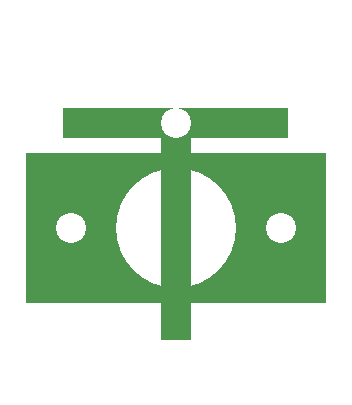
<source format=gbr>
%FSLAX34Y34*%
%MOIN*%
%AMTEST*
0 dark 1"x0.5" center rect at 0,0*
21,1,1,0.5,0,0,0*
0 clear 0.4" circle at 0,0*
1,0,0.4,0,0*
0 dark 0.1"x0.75" center rect at 0,0*
21,1,0.1,0.75,0,0,0*
0 dark 0.75"x0.1" center rect at 0,0.35*
21,1,0.75,0.1,0,0.35,0*
0 clear 0.1" circle at 0,0.35"*
1,0,0.1,0,0.35*
0 clear 0.1" circle at -0.35,0"*
1,0,0.1,-0.35,0*
0 clear 0.1" circle at 0.35,0"*
1,0,0.1,0.35,0*%
%ADD10TEST*%
D10*
X0Y0D03*
M02*

</source>
